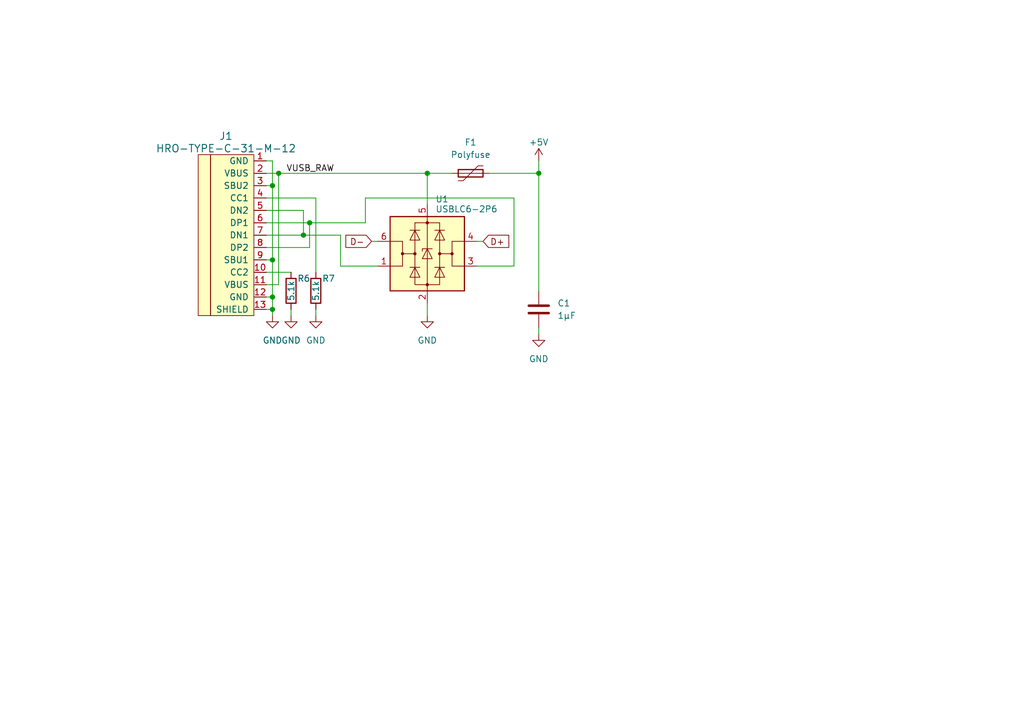
<source format=kicad_sch>
(kicad_sch (version 20230121) (generator eeschema)

  (uuid 97650482-01ec-4aaf-af0d-22586681c1a7)

  (paper "A5")

  (title_block
    (title "Open Source Machinist Calculator")
    (rev "Draft")
  )

  (lib_symbols
    (symbol "Device:C" (pin_numbers hide) (pin_names (offset 0.254)) (in_bom yes) (on_board yes)
      (property "Reference" "C" (at 0.635 2.54 0)
        (effects (font (size 1.27 1.27)) (justify left))
      )
      (property "Value" "C" (at 0.635 -2.54 0)
        (effects (font (size 1.27 1.27)) (justify left))
      )
      (property "Footprint" "" (at 0.9652 -3.81 0)
        (effects (font (size 1.27 1.27)) hide)
      )
      (property "Datasheet" "~" (at 0 0 0)
        (effects (font (size 1.27 1.27)) hide)
      )
      (property "ki_keywords" "cap capacitor" (at 0 0 0)
        (effects (font (size 1.27 1.27)) hide)
      )
      (property "ki_description" "Unpolarized capacitor" (at 0 0 0)
        (effects (font (size 1.27 1.27)) hide)
      )
      (property "ki_fp_filters" "C_*" (at 0 0 0)
        (effects (font (size 1.27 1.27)) hide)
      )
      (symbol "C_0_1"
        (polyline
          (pts
            (xy -2.032 -0.762)
            (xy 2.032 -0.762)
          )
          (stroke (width 0.508) (type default))
          (fill (type none))
        )
        (polyline
          (pts
            (xy -2.032 0.762)
            (xy 2.032 0.762)
          )
          (stroke (width 0.508) (type default))
          (fill (type none))
        )
      )
      (symbol "C_1_1"
        (pin passive line (at 0 3.81 270) (length 2.794)
          (name "~" (effects (font (size 1.27 1.27))))
          (number "1" (effects (font (size 1.27 1.27))))
        )
        (pin passive line (at 0 -3.81 90) (length 2.794)
          (name "~" (effects (font (size 1.27 1.27))))
          (number "2" (effects (font (size 1.27 1.27))))
        )
      )
    )
    (symbol "Device:Polyfuse" (pin_numbers hide) (pin_names (offset 0)) (in_bom yes) (on_board yes)
      (property "Reference" "F" (at -2.54 0 90)
        (effects (font (size 1.27 1.27)))
      )
      (property "Value" "Polyfuse" (at 2.54 0 90)
        (effects (font (size 1.27 1.27)))
      )
      (property "Footprint" "" (at 1.27 -5.08 0)
        (effects (font (size 1.27 1.27)) (justify left) hide)
      )
      (property "Datasheet" "~" (at 0 0 0)
        (effects (font (size 1.27 1.27)) hide)
      )
      (property "ki_keywords" "resettable fuse PTC PPTC polyfuse polyswitch" (at 0 0 0)
        (effects (font (size 1.27 1.27)) hide)
      )
      (property "ki_description" "Resettable fuse, polymeric positive temperature coefficient" (at 0 0 0)
        (effects (font (size 1.27 1.27)) hide)
      )
      (property "ki_fp_filters" "*polyfuse* *PTC*" (at 0 0 0)
        (effects (font (size 1.27 1.27)) hide)
      )
      (symbol "Polyfuse_0_1"
        (rectangle (start -0.762 2.54) (end 0.762 -2.54)
          (stroke (width 0.254) (type default))
          (fill (type none))
        )
        (polyline
          (pts
            (xy 0 2.54)
            (xy 0 -2.54)
          )
          (stroke (width 0) (type default))
          (fill (type none))
        )
        (polyline
          (pts
            (xy -1.524 2.54)
            (xy -1.524 1.524)
            (xy 1.524 -1.524)
            (xy 1.524 -2.54)
          )
          (stroke (width 0) (type default))
          (fill (type none))
        )
      )
      (symbol "Polyfuse_1_1"
        (pin passive line (at 0 3.81 270) (length 1.27)
          (name "~" (effects (font (size 1.27 1.27))))
          (number "1" (effects (font (size 1.27 1.27))))
        )
        (pin passive line (at 0 -3.81 90) (length 1.27)
          (name "~" (effects (font (size 1.27 1.27))))
          (number "2" (effects (font (size 1.27 1.27))))
        )
      )
    )
    (symbol "Device:R" (pin_numbers hide) (pin_names (offset 0)) (in_bom yes) (on_board yes)
      (property "Reference" "R" (at 2.032 0 90)
        (effects (font (size 1.27 1.27)))
      )
      (property "Value" "R" (at 0 0 90)
        (effects (font (size 1.27 1.27)))
      )
      (property "Footprint" "" (at -1.778 0 90)
        (effects (font (size 1.27 1.27)) hide)
      )
      (property "Datasheet" "~" (at 0 0 0)
        (effects (font (size 1.27 1.27)) hide)
      )
      (property "ki_keywords" "R res resistor" (at 0 0 0)
        (effects (font (size 1.27 1.27)) hide)
      )
      (property "ki_description" "Resistor" (at 0 0 0)
        (effects (font (size 1.27 1.27)) hide)
      )
      (property "ki_fp_filters" "R_*" (at 0 0 0)
        (effects (font (size 1.27 1.27)) hide)
      )
      (symbol "R_0_1"
        (rectangle (start -1.016 -2.54) (end 1.016 2.54)
          (stroke (width 0.254) (type default))
          (fill (type none))
        )
      )
      (symbol "R_1_1"
        (pin passive line (at 0 3.81 270) (length 1.27)
          (name "~" (effects (font (size 1.27 1.27))))
          (number "1" (effects (font (size 1.27 1.27))))
        )
        (pin passive line (at 0 -3.81 90) (length 1.27)
          (name "~" (effects (font (size 1.27 1.27))))
          (number "2" (effects (font (size 1.27 1.27))))
        )
      )
    )
    (symbol "Power_Protection:USBLC6-2P6" (pin_names hide) (in_bom yes) (on_board yes)
      (property "Reference" "U" (at 2.54 8.89 0)
        (effects (font (size 1.27 1.27)) (justify left))
      )
      (property "Value" "USBLC6-2P6" (at 2.54 -8.89 0)
        (effects (font (size 1.27 1.27)) (justify left))
      )
      (property "Footprint" "Package_TO_SOT_SMD:SOT-666" (at 0 -12.7 0)
        (effects (font (size 1.27 1.27)) hide)
      )
      (property "Datasheet" "https://www.st.com/resource/en/datasheet/usblc6-2.pdf" (at 5.08 8.89 0)
        (effects (font (size 1.27 1.27)) hide)
      )
      (property "ki_keywords" "usb ethernet video" (at 0 0 0)
        (effects (font (size 1.27 1.27)) hide)
      )
      (property "ki_description" "Very low capacitance ESD protection diode, 2 data-line, SOT-666" (at 0 0 0)
        (effects (font (size 1.27 1.27)) hide)
      )
      (property "ki_fp_filters" "SOT?666*" (at 0 0 0)
        (effects (font (size 1.27 1.27)) hide)
      )
      (symbol "USBLC6-2P6_0_1"
        (rectangle (start -7.62 -7.62) (end 7.62 7.62)
          (stroke (width 0.254) (type default))
          (fill (type background))
        )
        (circle (center -5.08 0) (radius 0.254)
          (stroke (width 0) (type default))
          (fill (type outline))
        )
        (circle (center -2.54 0) (radius 0.254)
          (stroke (width 0) (type default))
          (fill (type outline))
        )
        (rectangle (start -2.54 6.35) (end 2.54 -6.35)
          (stroke (width 0) (type default))
          (fill (type none))
        )
        (circle (center 0 -6.35) (radius 0.254)
          (stroke (width 0) (type default))
          (fill (type outline))
        )
        (polyline
          (pts
            (xy -5.08 -2.54)
            (xy -7.62 -2.54)
          )
          (stroke (width 0) (type default))
          (fill (type none))
        )
        (polyline
          (pts
            (xy -5.08 0)
            (xy -5.08 -2.54)
          )
          (stroke (width 0) (type default))
          (fill (type none))
        )
        (polyline
          (pts
            (xy -5.08 2.54)
            (xy -7.62 2.54)
          )
          (stroke (width 0) (type default))
          (fill (type none))
        )
        (polyline
          (pts
            (xy -1.524 -2.794)
            (xy -3.556 -2.794)
          )
          (stroke (width 0) (type default))
          (fill (type none))
        )
        (polyline
          (pts
            (xy -1.524 4.826)
            (xy -3.556 4.826)
          )
          (stroke (width 0) (type default))
          (fill (type none))
        )
        (polyline
          (pts
            (xy 0 -7.62)
            (xy 0 -6.35)
          )
          (stroke (width 0) (type default))
          (fill (type none))
        )
        (polyline
          (pts
            (xy 0 -6.35)
            (xy 0 1.27)
          )
          (stroke (width 0) (type default))
          (fill (type none))
        )
        (polyline
          (pts
            (xy 0 1.27)
            (xy 0 6.35)
          )
          (stroke (width 0) (type default))
          (fill (type none))
        )
        (polyline
          (pts
            (xy 0 6.35)
            (xy 0 7.62)
          )
          (stroke (width 0) (type default))
          (fill (type none))
        )
        (polyline
          (pts
            (xy 1.524 -2.794)
            (xy 3.556 -2.794)
          )
          (stroke (width 0) (type default))
          (fill (type none))
        )
        (polyline
          (pts
            (xy 1.524 4.826)
            (xy 3.556 4.826)
          )
          (stroke (width 0) (type default))
          (fill (type none))
        )
        (polyline
          (pts
            (xy 5.08 -2.54)
            (xy 7.62 -2.54)
          )
          (stroke (width 0) (type default))
          (fill (type none))
        )
        (polyline
          (pts
            (xy 5.08 0)
            (xy 5.08 -2.54)
          )
          (stroke (width 0) (type default))
          (fill (type none))
        )
        (polyline
          (pts
            (xy 5.08 2.54)
            (xy 7.62 2.54)
          )
          (stroke (width 0) (type default))
          (fill (type none))
        )
        (polyline
          (pts
            (xy -2.54 0)
            (xy -5.08 0)
            (xy -5.08 2.54)
          )
          (stroke (width 0) (type default))
          (fill (type none))
        )
        (polyline
          (pts
            (xy 2.54 0)
            (xy 5.08 0)
            (xy 5.08 2.54)
          )
          (stroke (width 0) (type default))
          (fill (type none))
        )
        (polyline
          (pts
            (xy -3.556 -4.826)
            (xy -1.524 -4.826)
            (xy -2.54 -2.794)
            (xy -3.556 -4.826)
          )
          (stroke (width 0) (type default))
          (fill (type none))
        )
        (polyline
          (pts
            (xy -3.556 2.794)
            (xy -1.524 2.794)
            (xy -2.54 4.826)
            (xy -3.556 2.794)
          )
          (stroke (width 0) (type default))
          (fill (type none))
        )
        (polyline
          (pts
            (xy -1.016 -1.016)
            (xy 1.016 -1.016)
            (xy 0 1.016)
            (xy -1.016 -1.016)
          )
          (stroke (width 0) (type default))
          (fill (type none))
        )
        (polyline
          (pts
            (xy 1.016 1.016)
            (xy 0.762 1.016)
            (xy -1.016 1.016)
            (xy -1.016 0.508)
          )
          (stroke (width 0) (type default))
          (fill (type none))
        )
        (polyline
          (pts
            (xy 3.556 -4.826)
            (xy 1.524 -4.826)
            (xy 2.54 -2.794)
            (xy 3.556 -4.826)
          )
          (stroke (width 0) (type default))
          (fill (type none))
        )
        (polyline
          (pts
            (xy 3.556 2.794)
            (xy 1.524 2.794)
            (xy 2.54 4.826)
            (xy 3.556 2.794)
          )
          (stroke (width 0) (type default))
          (fill (type none))
        )
        (circle (center 0 6.35) (radius 0.254)
          (stroke (width 0) (type default))
          (fill (type outline))
        )
        (circle (center 2.54 0) (radius 0.254)
          (stroke (width 0) (type default))
          (fill (type outline))
        )
        (circle (center 5.08 0) (radius 0.254)
          (stroke (width 0) (type default))
          (fill (type outline))
        )
      )
      (symbol "USBLC6-2P6_1_1"
        (pin passive line (at -10.16 -2.54 0) (length 2.54)
          (name "I/O1" (effects (font (size 1.27 1.27))))
          (number "1" (effects (font (size 1.27 1.27))))
        )
        (pin passive line (at 0 -10.16 90) (length 2.54)
          (name "GND" (effects (font (size 1.27 1.27))))
          (number "2" (effects (font (size 1.27 1.27))))
        )
        (pin passive line (at 10.16 -2.54 180) (length 2.54)
          (name "I/O2" (effects (font (size 1.27 1.27))))
          (number "3" (effects (font (size 1.27 1.27))))
        )
        (pin passive line (at 10.16 2.54 180) (length 2.54)
          (name "I/O2" (effects (font (size 1.27 1.27))))
          (number "4" (effects (font (size 1.27 1.27))))
        )
        (pin passive line (at 0 10.16 270) (length 2.54)
          (name "VBUS" (effects (font (size 1.27 1.27))))
          (number "5" (effects (font (size 1.27 1.27))))
        )
        (pin passive line (at -10.16 2.54 0) (length 2.54)
          (name "I/O1" (effects (font (size 1.27 1.27))))
          (number "6" (effects (font (size 1.27 1.27))))
        )
      )
    )
    (symbol "Type-C:HRO-TYPE-C-31-M-12" (pin_names (offset 1.016)) (in_bom yes) (on_board yes)
      (property "Reference" "USB" (at -5.08 16.51 0)
        (effects (font (size 1.524 1.524)))
      )
      (property "Value" "HRO-TYPE-C-31-M-12" (at -10.16 -1.27 90)
        (effects (font (size 1.524 1.524)))
      )
      (property "Footprint" "" (at 0 0 0)
        (effects (font (size 1.524 1.524)) hide)
      )
      (property "Datasheet" "" (at 0 0 0)
        (effects (font (size 1.524 1.524)) hide)
      )
      (symbol "HRO-TYPE-C-31-M-12_0_1"
        (rectangle (start -11.43 15.24) (end -8.89 -17.78)
          (stroke (width 0) (type solid))
          (fill (type background))
        )
        (rectangle (start 0 -17.78) (end -8.89 15.24)
          (stroke (width 0) (type solid))
          (fill (type background))
        )
      )
      (symbol "HRO-TYPE-C-31-M-12_1_1"
        (pin input line (at 2.54 13.97 180) (length 2.54)
          (name "GND" (effects (font (size 1.27 1.27))))
          (number "1" (effects (font (size 1.27 1.27))))
        )
        (pin input line (at 2.54 -8.89 180) (length 2.54)
          (name "CC2" (effects (font (size 1.27 1.27))))
          (number "10" (effects (font (size 1.27 1.27))))
        )
        (pin input line (at 2.54 -11.43 180) (length 2.54)
          (name "VBUS" (effects (font (size 1.27 1.27))))
          (number "11" (effects (font (size 1.27 1.27))))
        )
        (pin input line (at 2.54 -13.97 180) (length 2.54)
          (name "GND" (effects (font (size 1.27 1.27))))
          (number "12" (effects (font (size 1.27 1.27))))
        )
        (pin input line (at 2.54 -16.51 180) (length 2.54)
          (name "SHIELD" (effects (font (size 1.27 1.27))))
          (number "13" (effects (font (size 1.27 1.27))))
        )
        (pin input line (at 2.54 11.43 180) (length 2.54)
          (name "VBUS" (effects (font (size 1.27 1.27))))
          (number "2" (effects (font (size 1.27 1.27))))
        )
        (pin input line (at 2.54 8.89 180) (length 2.54)
          (name "SBU2" (effects (font (size 1.27 1.27))))
          (number "3" (effects (font (size 1.27 1.27))))
        )
        (pin input line (at 2.54 6.35 180) (length 2.54)
          (name "CC1" (effects (font (size 1.27 1.27))))
          (number "4" (effects (font (size 1.27 1.27))))
        )
        (pin input line (at 2.54 3.81 180) (length 2.54)
          (name "DN2" (effects (font (size 1.27 1.27))))
          (number "5" (effects (font (size 1.27 1.27))))
        )
        (pin input line (at 2.54 1.27 180) (length 2.54)
          (name "DP1" (effects (font (size 1.27 1.27))))
          (number "6" (effects (font (size 1.27 1.27))))
        )
        (pin input line (at 2.54 -1.27 180) (length 2.54)
          (name "DN1" (effects (font (size 1.27 1.27))))
          (number "7" (effects (font (size 1.27 1.27))))
        )
        (pin input line (at 2.54 -3.81 180) (length 2.54)
          (name "DP2" (effects (font (size 1.27 1.27))))
          (number "8" (effects (font (size 1.27 1.27))))
        )
        (pin input line (at 2.54 -6.35 180) (length 2.54)
          (name "SBU1" (effects (font (size 1.27 1.27))))
          (number "9" (effects (font (size 1.27 1.27))))
        )
      )
    )
    (symbol "power:+5V" (power) (pin_names (offset 0)) (in_bom yes) (on_board yes)
      (property "Reference" "#PWR" (at 0 -3.81 0)
        (effects (font (size 1.27 1.27)) hide)
      )
      (property "Value" "+5V" (at 0 3.556 0)
        (effects (font (size 1.27 1.27)))
      )
      (property "Footprint" "" (at 0 0 0)
        (effects (font (size 1.27 1.27)) hide)
      )
      (property "Datasheet" "" (at 0 0 0)
        (effects (font (size 1.27 1.27)) hide)
      )
      (property "ki_keywords" "power-flag" (at 0 0 0)
        (effects (font (size 1.27 1.27)) hide)
      )
      (property "ki_description" "Power symbol creates a global label with name \"+5V\"" (at 0 0 0)
        (effects (font (size 1.27 1.27)) hide)
      )
      (symbol "+5V_0_1"
        (polyline
          (pts
            (xy -0.762 1.27)
            (xy 0 2.54)
          )
          (stroke (width 0) (type default))
          (fill (type none))
        )
        (polyline
          (pts
            (xy 0 0)
            (xy 0 2.54)
          )
          (stroke (width 0) (type default))
          (fill (type none))
        )
        (polyline
          (pts
            (xy 0 2.54)
            (xy 0.762 1.27)
          )
          (stroke (width 0) (type default))
          (fill (type none))
        )
      )
      (symbol "+5V_1_1"
        (pin power_in line (at 0 0 90) (length 0) hide
          (name "+5V" (effects (font (size 1.27 1.27))))
          (number "1" (effects (font (size 1.27 1.27))))
        )
      )
    )
    (symbol "power:GND" (power) (pin_names (offset 0)) (in_bom yes) (on_board yes)
      (property "Reference" "#PWR" (at 0 -6.35 0)
        (effects (font (size 1.27 1.27)) hide)
      )
      (property "Value" "GND" (at 0 -3.81 0)
        (effects (font (size 1.27 1.27)))
      )
      (property "Footprint" "" (at 0 0 0)
        (effects (font (size 1.27 1.27)) hide)
      )
      (property "Datasheet" "" (at 0 0 0)
        (effects (font (size 1.27 1.27)) hide)
      )
      (property "ki_keywords" "global power" (at 0 0 0)
        (effects (font (size 1.27 1.27)) hide)
      )
      (property "ki_description" "Power symbol creates a global label with name \"GND\" , ground" (at 0 0 0)
        (effects (font (size 1.27 1.27)) hide)
      )
      (symbol "GND_0_1"
        (polyline
          (pts
            (xy 0 0)
            (xy 0 -1.27)
            (xy 1.27 -1.27)
            (xy 0 -2.54)
            (xy -1.27 -1.27)
            (xy 0 -1.27)
          )
          (stroke (width 0) (type default))
          (fill (type none))
        )
      )
      (symbol "GND_1_1"
        (pin power_in line (at 0 0 270) (length 0) hide
          (name "GND" (effects (font (size 1.27 1.27))))
          (number "1" (effects (font (size 1.27 1.27))))
        )
      )
    )
  )

  (junction (at 55.88 38.1) (diameter 0) (color 0 0 0 0)
    (uuid 170df7ff-59d8-4efd-ab82-aa705a4fee1c)
  )
  (junction (at 55.88 60.96) (diameter 0) (color 0 0 0 0)
    (uuid 39e78548-a5f5-431e-bcb4-ea778cc4b9c4)
  )
  (junction (at 63.5 45.72) (diameter 0) (color 0 0 0 0)
    (uuid 3c6b34ad-a0ca-4913-8658-062b98bc94b1)
  )
  (junction (at 57.15 35.56) (diameter 0) (color 0 0 0 0)
    (uuid 812742b1-6a6e-48c8-b9b2-e8e1a8ee919b)
  )
  (junction (at 87.63 35.56) (diameter 0) (color 0 0 0 0)
    (uuid ae0eee12-06d9-41aa-b6bd-a643ec1130ef)
  )
  (junction (at 62.23 48.26) (diameter 0) (color 0 0 0 0)
    (uuid bbefaf6a-64b9-4b74-9468-ec1a32df1850)
  )
  (junction (at 55.88 63.5) (diameter 0) (color 0 0 0 0)
    (uuid bfd899f5-9fdc-49b4-b77c-b77dd4eb860d)
  )
  (junction (at 55.88 53.34) (diameter 0) (color 0 0 0 0)
    (uuid d49d4396-adc9-43c9-9476-c0a64293b5fd)
  )
  (junction (at 110.49 35.56) (diameter 0) (color 0 0 0 0)
    (uuid e3487975-f6e1-4a5a-9bd4-f0e1ce27d350)
  )

  (wire (pts (xy 110.49 67.31) (xy 110.49 68.58))
    (stroke (width 0) (type default))
    (uuid 189a7d15-7b89-4ab9-bfd9-daab4a8668ab)
  )
  (wire (pts (xy 54.61 43.18) (xy 62.23 43.18))
    (stroke (width 0) (type default))
    (uuid 1905575e-3ebb-4348-b2ec-e1b03a38de0f)
  )
  (wire (pts (xy 54.61 48.26) (xy 62.23 48.26))
    (stroke (width 0) (type default))
    (uuid 1c478afa-424f-460f-abc1-e5c2d195ac4b)
  )
  (wire (pts (xy 76.2 49.53) (xy 77.47 49.53))
    (stroke (width 0) (type default))
    (uuid 1fcb1f95-e1b7-474f-afda-d119d1ef282e)
  )
  (wire (pts (xy 110.49 33.02) (xy 110.49 35.56))
    (stroke (width 0) (type default))
    (uuid 2bbdeeaf-0138-401e-a604-c059dc793582)
  )
  (wire (pts (xy 57.15 35.56) (xy 87.63 35.56))
    (stroke (width 0) (type default))
    (uuid 2bc48365-0b38-452e-9e89-cd8c9c4ed661)
  )
  (wire (pts (xy 110.49 35.56) (xy 100.33 35.56))
    (stroke (width 0) (type default))
    (uuid 2d845c7c-756c-4270-b169-363a55bc7966)
  )
  (wire (pts (xy 54.61 50.8) (xy 63.5 50.8))
    (stroke (width 0) (type default))
    (uuid 3118ae88-08fe-46d6-97d2-e9692040bed3)
  )
  (wire (pts (xy 54.61 33.02) (xy 55.88 33.02))
    (stroke (width 0) (type default))
    (uuid 3af3baae-e619-456e-8c84-0c9f62543975)
  )
  (wire (pts (xy 62.23 48.26) (xy 62.23 43.18))
    (stroke (width 0) (type default))
    (uuid 3beea22a-ecbd-4c40-b83e-48494f0ccbcf)
  )
  (wire (pts (xy 63.5 45.72) (xy 74.93 45.72))
    (stroke (width 0) (type default))
    (uuid 4218de04-2984-4431-b01c-e207a5c77fc7)
  )
  (wire (pts (xy 55.88 60.96) (xy 55.88 63.5))
    (stroke (width 0) (type default))
    (uuid 445bdce0-3e19-4f51-be55-1b2b1cc50cc6)
  )
  (wire (pts (xy 97.79 49.53) (xy 99.06 49.53))
    (stroke (width 0) (type default))
    (uuid 4ce38144-b598-4b5e-aa26-b5b0170512ad)
  )
  (wire (pts (xy 54.61 45.72) (xy 63.5 45.72))
    (stroke (width 0) (type default))
    (uuid 4d6f5021-d4dc-42b6-a847-e4732399e827)
  )
  (wire (pts (xy 54.61 53.34) (xy 55.88 53.34))
    (stroke (width 0) (type default))
    (uuid 5800e390-21e5-4ead-aa0d-ae2828e05906)
  )
  (wire (pts (xy 105.41 54.61) (xy 97.79 54.61))
    (stroke (width 0) (type default))
    (uuid 58dfb46d-74fb-442d-bce2-e74a03f769e4)
  )
  (wire (pts (xy 87.63 35.56) (xy 87.63 41.91))
    (stroke (width 0) (type default))
    (uuid 805fb796-0b2c-4211-99ab-5a08fa541b29)
  )
  (wire (pts (xy 54.61 55.88) (xy 59.69 55.88))
    (stroke (width 0) (type default))
    (uuid 8778071e-92d0-45cf-bdbf-42067f37dd81)
  )
  (wire (pts (xy 54.61 58.42) (xy 57.15 58.42))
    (stroke (width 0) (type default))
    (uuid 8cb03226-85c1-49bb-ae12-9414fc7c55d3)
  )
  (wire (pts (xy 55.88 63.5) (xy 55.88 64.77))
    (stroke (width 0) (type default))
    (uuid 8dbd41e4-ceab-4171-93a1-8f11b535e694)
  )
  (wire (pts (xy 54.61 40.64) (xy 64.77 40.64))
    (stroke (width 0) (type default))
    (uuid 97d9361b-158c-4ac1-9bbb-b5ce12caffc4)
  )
  (wire (pts (xy 69.85 54.61) (xy 69.85 48.26))
    (stroke (width 0) (type default))
    (uuid 9a232c9a-58ef-4372-b9dd-e90ab03aff6f)
  )
  (wire (pts (xy 87.63 35.56) (xy 92.71 35.56))
    (stroke (width 0) (type default))
    (uuid 9d9120cf-2e9c-4482-9920-0ad7810fdd75)
  )
  (wire (pts (xy 55.88 38.1) (xy 55.88 53.34))
    (stroke (width 0) (type default))
    (uuid a1c62da3-4560-43a0-9843-d04803531199)
  )
  (wire (pts (xy 87.63 62.23) (xy 87.63 64.77))
    (stroke (width 0) (type default))
    (uuid ad1cdfff-0e93-4a90-9205-740be5fd8b5e)
  )
  (wire (pts (xy 77.47 54.61) (xy 69.85 54.61))
    (stroke (width 0) (type default))
    (uuid b088dc47-3291-4293-a97c-63879c232cf1)
  )
  (wire (pts (xy 57.15 58.42) (xy 57.15 35.56))
    (stroke (width 0) (type default))
    (uuid b7eeddfb-3de2-4766-a02b-43dcdd1b1855)
  )
  (wire (pts (xy 62.23 48.26) (xy 69.85 48.26))
    (stroke (width 0) (type default))
    (uuid b8904c94-166b-4072-a6e5-740cf292929a)
  )
  (wire (pts (xy 54.61 38.1) (xy 55.88 38.1))
    (stroke (width 0) (type default))
    (uuid be91f070-49f6-43a4-9881-e48737b12308)
  )
  (wire (pts (xy 54.61 60.96) (xy 55.88 60.96))
    (stroke (width 0) (type default))
    (uuid c2471403-0f52-446d-8344-6e9bb874622a)
  )
  (wire (pts (xy 64.77 63.5) (xy 64.77 64.77))
    (stroke (width 0) (type default))
    (uuid c583ffca-cea4-4c38-8fa2-dd8d64457295)
  )
  (wire (pts (xy 110.49 35.56) (xy 110.49 59.69))
    (stroke (width 0) (type default))
    (uuid c694b4a9-efcd-41a5-bace-fefb0aa171e3)
  )
  (wire (pts (xy 105.41 40.64) (xy 105.41 54.61))
    (stroke (width 0) (type default))
    (uuid cc73eeb0-d88e-4089-958f-7550a7f5ea93)
  )
  (wire (pts (xy 57.15 35.56) (xy 54.61 35.56))
    (stroke (width 0) (type default))
    (uuid ce5ae045-e619-4fc0-ad94-4752785a024c)
  )
  (wire (pts (xy 64.77 40.64) (xy 64.77 55.88))
    (stroke (width 0) (type default))
    (uuid d73e8a9a-9975-4414-92b9-3502d61dd6e7)
  )
  (wire (pts (xy 54.61 63.5) (xy 55.88 63.5))
    (stroke (width 0) (type default))
    (uuid dc7e77f4-c587-4da5-a940-27b79a4f36ea)
  )
  (wire (pts (xy 74.93 40.64) (xy 105.41 40.64))
    (stroke (width 0) (type default))
    (uuid de87edf5-7c8e-4ae3-b563-09f7a9c8b793)
  )
  (wire (pts (xy 74.93 40.64) (xy 74.93 45.72))
    (stroke (width 0) (type default))
    (uuid e147c9e8-27bf-4c78-b56d-3794e64d721d)
  )
  (wire (pts (xy 59.69 63.5) (xy 59.69 64.77))
    (stroke (width 0) (type default))
    (uuid e37b7b98-324e-4255-bcfc-1610dd14d726)
  )
  (wire (pts (xy 55.88 33.02) (xy 55.88 38.1))
    (stroke (width 0) (type default))
    (uuid ed40e169-b88b-428e-af6c-feee984e9989)
  )
  (wire (pts (xy 63.5 50.8) (xy 63.5 45.72))
    (stroke (width 0) (type default))
    (uuid fe02ed36-da03-4869-a267-32bcc34d68a1)
  )
  (wire (pts (xy 55.88 53.34) (xy 55.88 60.96))
    (stroke (width 0) (type default))
    (uuid fe7876e5-1cde-4902-b16d-b4355f82dd21)
  )

  (label "VUSB_RAW" (at 68.58 35.56 180) (fields_autoplaced)
    (effects (font (size 1.27 1.27)) (justify right bottom))
    (uuid 7546d0df-3230-444f-92aa-eaca9c324315)
  )

  (global_label "D-" (shape input) (at 76.2 49.53 180) (fields_autoplaced)
    (effects (font (size 1.27 1.27)) (justify right))
    (uuid 28e9d66b-79cb-4d89-b5f6-3ea5373829cd)
    (property "Intersheetrefs" "${INTERSHEET_REFS}" (at 70.4518 49.53 0)
      (effects (font (size 1.27 1.27)) (justify right) hide)
    )
  )
  (global_label "D+" (shape input) (at 99.06 49.53 0) (fields_autoplaced)
    (effects (font (size 1.27 1.27)) (justify left))
    (uuid a1c83594-51af-4f3f-bf3f-302694b1da81)
    (property "Intersheetrefs" "${INTERSHEET_REFS}" (at 104.8082 49.53 0)
      (effects (font (size 1.27 1.27)) (justify left) hide)
    )
  )

  (symbol (lib_id "Device:C") (at 110.49 63.5 0) (unit 1)
    (in_bom yes) (on_board yes) (dnp no) (fields_autoplaced)
    (uuid 0f0750d5-c9ec-44e2-99e3-0b6fdfb604c7)
    (property "Reference" "C1" (at 114.3 62.23 0)
      (effects (font (size 1.27 1.27)) (justify left))
    )
    (property "Value" "1µF" (at 114.3 64.77 0)
      (effects (font (size 1.27 1.27)) (justify left))
    )
    (property "Footprint" "Capacitor_SMD:C_0805_2012Metric_Pad1.18x1.45mm_HandSolder" (at 111.4552 67.31 0)
      (effects (font (size 1.27 1.27)) hide)
    )
    (property "Datasheet" "~" (at 110.49 63.5 0)
      (effects (font (size 1.27 1.27)) hide)
    )
    (pin "1" (uuid f298bf4b-9414-42f7-8684-c7a8fa6d3ca1))
    (pin "2" (uuid 6ef33206-4388-42f0-933f-ae7cf555285b))
    (instances
      (project "Open_Machinist_Calculator"
        (path "/35282355-b5fa-4a34-be75-817e69674e40/924b7b90-51ea-41ef-a456-e7aa78256323"
          (reference "C1") (unit 1)
        )
      )
    )
  )

  (symbol (lib_id "Power_Protection:USBLC6-2P6") (at 87.63 52.07 0) (unit 1)
    (in_bom yes) (on_board yes) (dnp no) (fields_autoplaced)
    (uuid 14f07253-6581-431d-a02f-082ba830adce)
    (property "Reference" "U1" (at 89.2811 40.87 0)
      (effects (font (size 1.27 1.27)) (justify left))
    )
    (property "Value" "USBLC6-2P6" (at 89.2811 42.918 0)
      (effects (font (size 1.27 1.27)) (justify left))
    )
    (property "Footprint" "Package_TO_SOT_SMD:SOT-666" (at 87.63 64.77 0)
      (effects (font (size 1.27 1.27)) hide)
    )
    (property "Datasheet" "https://www.st.com/resource/en/datasheet/usblc6-2.pdf" (at 92.71 43.18 0)
      (effects (font (size 1.27 1.27)) hide)
    )
    (pin "1" (uuid 1df207b7-2120-4a58-9800-f3f9f7c4e278))
    (pin "2" (uuid 52b1ff5d-8232-48be-b58d-9d34cec862bb))
    (pin "3" (uuid ce24f44e-0e66-4f90-a27d-0caa72faec2e))
    (pin "4" (uuid f2e69501-363e-4c6c-ba07-6977f988b776))
    (pin "5" (uuid a8d53053-1320-42eb-9765-97935a97f098))
    (pin "6" (uuid 21f9147b-0dc1-4139-8caa-4ba0483264f2))
    (instances
      (project "Open_Machinist_Calculator"
        (path "/35282355-b5fa-4a34-be75-817e69674e40/924b7b90-51ea-41ef-a456-e7aa78256323"
          (reference "U1") (unit 1)
        )
      )
    )
  )

  (symbol (lib_id "Type-C:HRO-TYPE-C-31-M-12") (at 52.07 46.99 0) (unit 1)
    (in_bom yes) (on_board yes) (dnp no) (fields_autoplaced)
    (uuid 29e71db6-9177-477a-9746-78e9409bb6f3)
    (property "Reference" "J1" (at 46.355 27.94 0)
      (effects (font (size 1.524 1.524)))
    )
    (property "Value" "HRO-TYPE-C-31-M-12" (at 46.355 30.48 0)
      (effects (font (size 1.524 1.524)))
    )
    (property "Footprint" "Type-C:HRO-TYPE-C-31-M-12-HandSoldering" (at 52.07 46.99 0)
      (effects (font (size 1.524 1.524)) hide)
    )
    (property "Datasheet" "" (at 52.07 46.99 0)
      (effects (font (size 1.524 1.524)) hide)
    )
    (pin "1" (uuid c5bc39e9-396a-4b3a-9c75-0536f7996f56))
    (pin "10" (uuid 1d857489-052d-4412-9178-17ef67e4da5e))
    (pin "11" (uuid 2a7d5bfd-28fa-4afb-bf78-9c6524351528))
    (pin "12" (uuid ec650ae7-189e-47b7-b184-778550485f7d))
    (pin "13" (uuid bc4fa1c7-da98-4771-b3af-37838e3949e8))
    (pin "2" (uuid 60ddc94d-e04b-4bb7-9d67-9ddfaa7fda32))
    (pin "3" (uuid 2b2f79bb-eeb3-44d7-95b6-68fab0835dc4))
    (pin "4" (uuid aa689665-8a86-479e-87e7-43def2e61843))
    (pin "5" (uuid 25c9e351-a11b-40fd-879b-cf59f456bf0e))
    (pin "6" (uuid f3bd7f41-55f3-4873-bec6-8e056c084bac))
    (pin "7" (uuid b769a735-bad1-4a8d-b415-f1ee7f1f887b))
    (pin "8" (uuid 16252cdc-4bb7-496d-86f5-4963e8483221))
    (pin "9" (uuid bcf92567-52cd-4fd9-b42f-f5f5ff9e57f1))
    (instances
      (project "Open_Machinist_Calculator"
        (path "/35282355-b5fa-4a34-be75-817e69674e40/924b7b90-51ea-41ef-a456-e7aa78256323"
          (reference "J1") (unit 1)
        )
      )
    )
  )

  (symbol (lib_id "power:GND") (at 110.49 68.58 0) (unit 1)
    (in_bom yes) (on_board yes) (dnp no) (fields_autoplaced)
    (uuid 31569620-4ce6-4c55-8916-fccc5c2bd3b9)
    (property "Reference" "#PWR012" (at 110.49 74.93 0)
      (effects (font (size 1.27 1.27)) hide)
    )
    (property "Value" "GND" (at 110.49 73.66 0)
      (effects (font (size 1.27 1.27)))
    )
    (property "Footprint" "" (at 110.49 68.58 0)
      (effects (font (size 1.27 1.27)) hide)
    )
    (property "Datasheet" "" (at 110.49 68.58 0)
      (effects (font (size 1.27 1.27)) hide)
    )
    (pin "1" (uuid aaf81625-df77-4c1b-92b0-bbcf94ba9c1f))
    (instances
      (project "Open_Machinist_Calculator"
        (path "/35282355-b5fa-4a34-be75-817e69674e40/924b7b90-51ea-41ef-a456-e7aa78256323"
          (reference "#PWR012") (unit 1)
        )
      )
    )
  )

  (symbol (lib_id "power:GND") (at 55.88 64.77 0) (unit 1)
    (in_bom yes) (on_board yes) (dnp no) (fields_autoplaced)
    (uuid 39c4a11b-2dd7-4526-b564-43557dab3c54)
    (property "Reference" "#PWR08" (at 55.88 71.12 0)
      (effects (font (size 1.27 1.27)) hide)
    )
    (property "Value" "GND" (at 55.88 69.85 0)
      (effects (font (size 1.27 1.27)))
    )
    (property "Footprint" "" (at 55.88 64.77 0)
      (effects (font (size 1.27 1.27)) hide)
    )
    (property "Datasheet" "" (at 55.88 64.77 0)
      (effects (font (size 1.27 1.27)) hide)
    )
    (pin "1" (uuid bbb0b0a4-517a-4cef-bf53-71c102196482))
    (instances
      (project "Open_Machinist_Calculator"
        (path "/35282355-b5fa-4a34-be75-817e69674e40/924b7b90-51ea-41ef-a456-e7aa78256323"
          (reference "#PWR08") (unit 1)
        )
      )
    )
  )

  (symbol (lib_id "Device:R") (at 59.69 59.69 0) (unit 1)
    (in_bom yes) (on_board yes) (dnp no)
    (uuid 644e23a3-d255-4452-8a85-d33bc428d8a0)
    (property "Reference" "R6" (at 60.96 57.15 0)
      (effects (font (size 1.27 1.27)) (justify left))
    )
    (property "Value" "5.1k" (at 59.69 59.69 90)
      (effects (font (size 1.27 1.27)))
    )
    (property "Footprint" "Resistor_SMD:R_0805_2012Metric_Pad1.20x1.40mm_HandSolder" (at 57.912 59.69 90)
      (effects (font (size 1.27 1.27)) hide)
    )
    (property "Datasheet" "~" (at 59.69 59.69 0)
      (effects (font (size 1.27 1.27)) hide)
    )
    (pin "1" (uuid 4886853d-6231-4d1c-9ea7-c1ac6228eb8a))
    (pin "2" (uuid 925f28da-e742-45f4-a194-0d311701cfed))
    (instances
      (project "Open_Machinist_Calculator"
        (path "/35282355-b5fa-4a34-be75-817e69674e40/924b7b90-51ea-41ef-a456-e7aa78256323"
          (reference "R6") (unit 1)
        )
      )
    )
  )

  (symbol (lib_id "power:+5V") (at 110.49 33.02 0) (unit 1)
    (in_bom yes) (on_board yes) (dnp no)
    (uuid 659f2831-336e-469d-b4c5-837bb7dce015)
    (property "Reference" "#PWR046" (at 110.49 36.83 0)
      (effects (font (size 1.27 1.27)) hide)
    )
    (property "Value" "+5V" (at 110.49 29.21 0)
      (effects (font (size 1.27 1.27)))
    )
    (property "Footprint" "" (at 110.49 33.02 0)
      (effects (font (size 1.27 1.27)) hide)
    )
    (property "Datasheet" "" (at 110.49 33.02 0)
      (effects (font (size 1.27 1.27)) hide)
    )
    (pin "1" (uuid 834cbc45-5bd2-4b24-9b23-8c23878c31f5))
    (instances
      (project "Open_Machinist_Calculator"
        (path "/35282355-b5fa-4a34-be75-817e69674e40/77dec9d2-05b0-4317-ad32-ce64fb45d0cc"
          (reference "#PWR046") (unit 1)
        )
        (path "/35282355-b5fa-4a34-be75-817e69674e40/924b7b90-51ea-41ef-a456-e7aa78256323"
          (reference "#PWR07") (unit 1)
        )
      )
      (project ""
        (path "/872e912f-cc14-4edf-9f9a-f509de06f155"
          (reference "#PWR0134") (unit 1)
        )
      )
    )
  )

  (symbol (lib_id "power:GND") (at 64.77 64.77 0) (unit 1)
    (in_bom yes) (on_board yes) (dnp no) (fields_autoplaced)
    (uuid 7754aa22-861b-4b86-9742-06c14f874406)
    (property "Reference" "#PWR010" (at 64.77 71.12 0)
      (effects (font (size 1.27 1.27)) hide)
    )
    (property "Value" "GND" (at 64.77 69.85 0)
      (effects (font (size 1.27 1.27)))
    )
    (property "Footprint" "" (at 64.77 64.77 0)
      (effects (font (size 1.27 1.27)) hide)
    )
    (property "Datasheet" "" (at 64.77 64.77 0)
      (effects (font (size 1.27 1.27)) hide)
    )
    (pin "1" (uuid 67815ee4-52bc-4028-9c38-aa6b91e88858))
    (instances
      (project "Open_Machinist_Calculator"
        (path "/35282355-b5fa-4a34-be75-817e69674e40/924b7b90-51ea-41ef-a456-e7aa78256323"
          (reference "#PWR010") (unit 1)
        )
      )
    )
  )

  (symbol (lib_id "power:GND") (at 87.63 64.77 0) (unit 1)
    (in_bom yes) (on_board yes) (dnp no) (fields_autoplaced)
    (uuid 7d815f33-3471-4bc8-a879-e66507c86198)
    (property "Reference" "#PWR011" (at 87.63 71.12 0)
      (effects (font (size 1.27 1.27)) hide)
    )
    (property "Value" "GND" (at 87.63 69.85 0)
      (effects (font (size 1.27 1.27)))
    )
    (property "Footprint" "" (at 87.63 64.77 0)
      (effects (font (size 1.27 1.27)) hide)
    )
    (property "Datasheet" "" (at 87.63 64.77 0)
      (effects (font (size 1.27 1.27)) hide)
    )
    (pin "1" (uuid e9e8db6f-49db-40ee-908a-0fbffe3de344))
    (instances
      (project "Open_Machinist_Calculator"
        (path "/35282355-b5fa-4a34-be75-817e69674e40/924b7b90-51ea-41ef-a456-e7aa78256323"
          (reference "#PWR011") (unit 1)
        )
      )
    )
  )

  (symbol (lib_id "Device:R") (at 64.77 59.69 0) (unit 1)
    (in_bom yes) (on_board yes) (dnp no)
    (uuid a66983af-e982-4632-b816-54ca19d63a5b)
    (property "Reference" "R7" (at 66.04 57.15 0)
      (effects (font (size 1.27 1.27)) (justify left))
    )
    (property "Value" "5.1k" (at 64.77 59.69 90)
      (effects (font (size 1.27 1.27)))
    )
    (property "Footprint" "Resistor_SMD:R_0805_2012Metric_Pad1.20x1.40mm_HandSolder" (at 62.992 59.69 90)
      (effects (font (size 1.27 1.27)) hide)
    )
    (property "Datasheet" "~" (at 64.77 59.69 0)
      (effects (font (size 1.27 1.27)) hide)
    )
    (pin "1" (uuid 26966782-e13f-4bf1-980e-84a18a47bea9))
    (pin "2" (uuid ff02cb48-f86f-43f7-bb90-3f898ee9af03))
    (instances
      (project "Open_Machinist_Calculator"
        (path "/35282355-b5fa-4a34-be75-817e69674e40/924b7b90-51ea-41ef-a456-e7aa78256323"
          (reference "R7") (unit 1)
        )
      )
    )
  )

  (symbol (lib_id "power:GND") (at 59.69 64.77 0) (unit 1)
    (in_bom yes) (on_board yes) (dnp no) (fields_autoplaced)
    (uuid a8aa33a0-eff6-4c98-9e59-96186d4d5dfc)
    (property "Reference" "#PWR09" (at 59.69 71.12 0)
      (effects (font (size 1.27 1.27)) hide)
    )
    (property "Value" "GND" (at 59.69 69.85 0)
      (effects (font (size 1.27 1.27)))
    )
    (property "Footprint" "" (at 59.69 64.77 0)
      (effects (font (size 1.27 1.27)) hide)
    )
    (property "Datasheet" "" (at 59.69 64.77 0)
      (effects (font (size 1.27 1.27)) hide)
    )
    (pin "1" (uuid 29f907c5-c960-4093-9dd0-2c0d58b2fd28))
    (instances
      (project "Open_Machinist_Calculator"
        (path "/35282355-b5fa-4a34-be75-817e69674e40/924b7b90-51ea-41ef-a456-e7aa78256323"
          (reference "#PWR09") (unit 1)
        )
      )
    )
  )

  (symbol (lib_id "Device:Polyfuse") (at 96.52 35.56 90) (unit 1)
    (in_bom yes) (on_board yes) (dnp no) (fields_autoplaced)
    (uuid b46dafb4-3200-4169-8335-b864403b8a99)
    (property "Reference" "F1" (at 96.52 29.21 90)
      (effects (font (size 1.27 1.27)))
    )
    (property "Value" "Polyfuse" (at 96.52 31.75 90)
      (effects (font (size 1.27 1.27)))
    )
    (property "Footprint" "Resistor_SMD:R_1206_3216Metric_Pad1.30x1.75mm_HandSolder" (at 101.6 34.29 0)
      (effects (font (size 1.27 1.27)) (justify left) hide)
    )
    (property "Datasheet" "~" (at 96.52 35.56 0)
      (effects (font (size 1.27 1.27)) hide)
    )
    (pin "1" (uuid 3ce6f92e-0acc-41f2-ac78-853be1dfe7ad))
    (pin "2" (uuid 18a03489-98e0-42d2-9494-8c9caae98b03))
    (instances
      (project "Open_Machinist_Calculator"
        (path "/35282355-b5fa-4a34-be75-817e69674e40/924b7b90-51ea-41ef-a456-e7aa78256323"
          (reference "F1") (unit 1)
        )
      )
    )
  )
)

</source>
